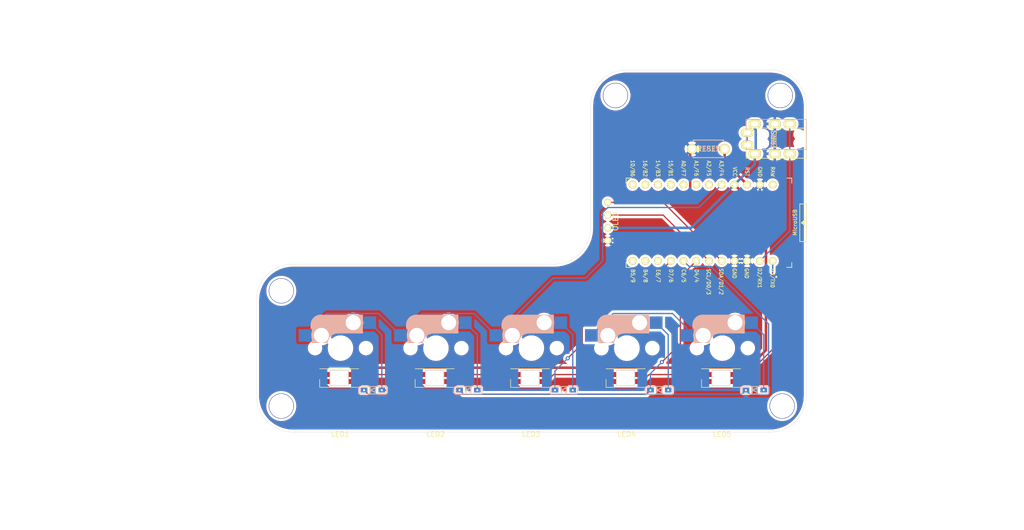
<source format=kicad_pcb>
(kicad_pcb (version 20171130) (host pcbnew 5.1.10)
  (layers (0 F.Cu signal) (31 B.Cu signal) (34 B.Paste user) (35 F.Paste user) (36 B.SilkS user) (37 F.SilkS user) (38 B.Mask user) (39 F.Mask user) (44 Edge.Cuts user))
  (net 0 "")
  (net 1 "Net-(D1-Pad2)")
  (net 2 row0)
  (net 3 row1)
  (net 4 "Net-(D2-Pad2)")
  (net 5 "Net-(D3-Pad2)")
  (net 6 row2)
  (net 7 "Net-(D4-Pad2)")
  (net 8 "Net-(D5-Pad2)")
  (net 9 VCC)
  (net 10 "Net-(J1-PadA)")
  (net 11 data)
  (net 12 GND)
  (net 13 led)
  (net 14 "Net-(LED1-Pad2)")
  (net 15 "Net-(LED2-Pad2)")
  (net 16 "Net-(LED3-Pad2)")
  (net 17 "Net-(LED4-Pad2)")
  (net 18 col0)
  (net 19 col2)
  (net 20 reset)
  (net 21 scl)
  (net 22 sda)
  (module kbd:HOLE (layer F.Cu) (at 107.95 125.73)
    (fp_text reference Ref**)
    (fp_text value Val**)
    (pad "" np_thru_hole circle (at 0 0) (size 5 5) (drill 4.8) (layers *.Cu *.Mask))
  )
  (module kbd:HOLE (layer F.Cu) (at 107.95 102.743)
    (fp_text reference Ref**)
    (fp_text value Val**)
    (pad "" np_thru_hole circle (at 0 0) (size 5 5) (drill 4.8) (layers *.Cu *.Mask))
  )
  (module kbd:HOLE (layer F.Cu) (at 207.899 125.73)
    (fp_text reference Ref**)
    (fp_text value Val**)
    (pad "" np_thru_hole circle (at 0 0) (size 5 5) (drill 4.8) (layers *.Cu *.Mask))
  )
  (module kbd:HOLE (layer F.Cu) (at 174.625 63.754)
    (fp_text reference Ref**)
    (fp_text value Val**)
    (pad "" np_thru_hole circle (at 0 0) (size 5 5) (drill 4.8) (layers *.Cu *.Mask))
  )
  (module kbd:HOLE (layer F.Cu) (at 207.518 63.754)
    (fp_text reference Ref**)
    (fp_text value Val**)
    (pad "" np_thru_hole circle (at 0 0) (size 5 5) (drill 4.8) (layers *.Cu *.Mask))
  )
  (module kbd:CherryMX_Hotswap (layer F.Cu) (at 119.761 114.173)
    (fp_text reference SW1 hide)
    (fp_text value SW_PUSH hide)
    (pad "" np_thru_hole circle (at 2.54 -5.08) (size 3 3) (drill 3) (layers *.Cu *.Mask))
    (pad "" np_thru_hole circle (at -3.81 -2.54) (size 3 3) (drill 3) (layers *.Cu *.Mask))
    (pad 2 smd rect (at 5.842 -5.08 180) (size 2.55 2.5) (layers B.Cu B.Paste B.Mask) (net 1 "Net-(D1-Pad2)"))
    (pad "" np_thru_hole circle (at -5.08 0) (size 1.9 1.9) (drill 1.9) (layers *.Cu *.Mask))
    (pad "" np_thru_hole circle (at 5.08 0) (size 1.9 1.9) (drill 1.9) (layers *.Cu *.Mask))
    (pad "" np_thru_hole circle (at 0 0 90) (size 4.1 4.1) (drill 4.1) (layers *.Cu *.Mask))
    (pad 1 smd rect (at -7.085 -2.54 180) (size 2.55 2.5) (layers B.Cu B.Paste B.Mask) (net 18 col0))
  )
  (module kbd:ResetSW (layer F.Cu) (at 193.167 74.422)
    (fp_text reference SW6 hide)
    (fp_text value SW_PUSH)
    (fp_text user RESET (at 0 0) (layer F.SilkS))
    (fp_text user RESET (at 0.127 0) (layer B.SilkS) (effects (justify mirror)))
    (pad 2 thru_hole circle (at -3.25 0) (size 2 2) (drill 1.3) (layers *.Cu *.Mask F.SilkS) (net 12 GND))
    (pad 1 thru_hole circle (at 3.25 0) (size 2 2) (drill 1.3) (layers *.Cu *.Mask F.SilkS) (net 20 reset))
  )
  (module kbd:OLED_v2 (layer F.Cu) (at 173.101 88.9 270)
    (fp_text reference OL1)
    (fp_text value OLED hide)
    (fp_text user OLED (at 0 -1.55 90) (layer F.SilkS))
    (pad 4 thru_hole circle (at 3.81 0 270) (size 1.397 1.397) (drill 0.8128) (layers *.Cu F.SilkS B.Mask) (net 12 GND))
    (pad 3 thru_hole circle (at 1.27 0 270) (size 1.397 1.397) (drill 0.8128) (layers *.Cu F.SilkS B.Mask) (net 9 VCC))
    (pad 2 thru_hole circle (at -1.27 0 270) (size 1.397 1.397) (drill 0.8128) (layers *.Cu F.SilkS B.Mask) (net 21 scl))
    (pad 1 thru_hole circle (at -3.81 0 270) (size 1.397 1.397) (drill 0.8128) (layers *.Cu F.SilkS B.Mask) (net 22 sda))
  )
  (module kbd:D3_SMD (layer F.Cu) (at 126.238 122.555)
    (fp_text reference D1 hide)
    (fp_text value D hide)
    (pad 2 smd rect (at 1.775 0) (size 1.3 0.95) (layers F.Cu F.Paste F.Mask) (net 1 "Net-(D1-Pad2)"))
    (pad 1 smd rect (at -1.775 0) (size 1.3 0.95) (layers B.Cu B.Paste B.Mask) (net 2 row0))
    (pad 2 smd rect (at 1.775 0) (size 1.3 0.95) (layers B.Cu B.Paste B.Mask) (net 1 "Net-(D1-Pad2)"))
    (pad 1 smd rect (at -1.775 0) (size 1.3 0.95) (layers F.Cu F.Paste F.Mask) (net 2 row0))
  )
  (module kbd:D3_SMD (layer F.Cu) (at 145.288 122.555)
    (fp_text reference D2 hide)
    (fp_text value D hide)
    (pad 1 smd rect (at -1.775 0) (size 1.3 0.95) (layers F.Cu F.Paste F.Mask) (net 3 row1))
    (pad 2 smd rect (at 1.775 0) (size 1.3 0.95) (layers B.Cu B.Paste B.Mask) (net 4 "Net-(D2-Pad2)"))
    (pad 1 smd rect (at -1.775 0) (size 1.3 0.95) (layers B.Cu B.Paste B.Mask) (net 3 row1))
    (pad 2 smd rect (at 1.775 0) (size 1.3 0.95) (layers F.Cu F.Paste F.Mask) (net 4 "Net-(D2-Pad2)"))
  )
  (module kbd:D3_SMD (layer F.Cu) (at 164.338 122.555)
    (fp_text reference D3 hide)
    (fp_text value D hide)
    (pad 2 smd rect (at 1.775 0) (size 1.3 0.95) (layers F.Cu F.Paste F.Mask) (net 5 "Net-(D3-Pad2)"))
    (pad 1 smd rect (at -1.775 0) (size 1.3 0.95) (layers B.Cu B.Paste B.Mask) (net 6 row2))
    (pad 2 smd rect (at 1.775 0) (size 1.3 0.95) (layers B.Cu B.Paste B.Mask) (net 5 "Net-(D3-Pad2)"))
    (pad 1 smd rect (at -1.775 0) (size 1.3 0.95) (layers F.Cu F.Paste F.Mask) (net 6 row2))
  )
  (module kbd:D3_SMD (layer F.Cu) (at 183.388 122.555)
    (fp_text reference D4 hide)
    (fp_text value D hide)
    (pad 1 smd rect (at -1.775 0) (size 1.3 0.95) (layers F.Cu F.Paste F.Mask) (net 2 row0))
    (pad 2 smd rect (at 1.775 0) (size 1.3 0.95) (layers B.Cu B.Paste B.Mask) (net 7 "Net-(D4-Pad2)"))
    (pad 1 smd rect (at -1.775 0) (size 1.3 0.95) (layers B.Cu B.Paste B.Mask) (net 2 row0))
    (pad 2 smd rect (at 1.775 0) (size 1.3 0.95) (layers F.Cu F.Paste F.Mask) (net 7 "Net-(D4-Pad2)"))
  )
  (module kbd:D3_SMD (layer F.Cu) (at 202.438 122.555)
    (fp_text reference D5 hide)
    (fp_text value D hide)
    (pad 1 smd rect (at -1.775 0) (size 1.3 0.95) (layers F.Cu F.Paste F.Mask) (net 3 row1))
    (pad 2 smd rect (at 1.775 0) (size 1.3 0.95) (layers B.Cu B.Paste B.Mask) (net 8 "Net-(D5-Pad2)"))
    (pad 1 smd rect (at -1.775 0) (size 1.3 0.95) (layers B.Cu B.Paste B.Mask) (net 3 row1))
    (pad 2 smd rect (at 1.775 0) (size 1.3 0.95) (layers F.Cu F.Paste F.Mask) (net 8 "Net-(D5-Pad2)"))
  )
  (module kbd:MJ-4PP-9 (layer F.Cu) (at 212.725 73.279 270)
    (fp_text reference J1)
    (fp_text value MJ-4PP-9 hide)
    (fp_text user TRRS (at -0.8255 6.4135 90) (layer B.SilkS) (effects (justify mirror)))
    (fp_text user TRRS (at -0.75 6.45 90) (layer F.SilkS))
    (pad "" np_thru_hole circle (at -1.75 8.5 270) (size 1.2 1.2) (drill 1.2) (layers *.Cu *.Mask F.SilkS))
    (pad "" np_thru_hole circle (at -1.75 1.5 270) (size 1.2 1.2) (drill 1.2) (layers *.Cu *.Mask F.SilkS))
    (pad D thru_hole oval (at -3.85 10.3 270) (size 1.7 2.5) (drill oval 1 1.5) (layers *.Cu *.Mask F.SilkS) (net 9 VCC) (clearance 0.15))
    (pad A thru_hole oval (at 0.35 11.8 270) (size 1.7 2.5) (drill oval 1 1.5) (layers *.Cu *.Mask F.SilkS) (net 10 "Net-(J1-PadA)") (clearance 0.15))
    (pad B thru_hole oval (at -3.85 3.3 270) (size 1.7 2.5) (drill oval 1 1.5) (layers *.Cu *.Mask F.SilkS) (net 11 data))
    (pad C thru_hole oval (at -3.85 6.3 270) (size 1.7 2.5) (drill oval 1 1.5) (layers *.Cu *.Mask F.SilkS) (net 12 GND))
    (pad "" np_thru_hole circle (at 0 1.5 270) (size 1.2 1.2) (drill 1.2) (layers *.Cu *.Mask F.SilkS))
    (pad "" np_thru_hole circle (at 0 8.5 270) (size 1.2 1.2) (drill 1.2) (layers *.Cu *.Mask F.SilkS))
    (pad B thru_hole oval (at 2.1 3.3 270) (size 1.7 2.5) (drill oval 1 1.5) (layers *.Cu *.Mask F.SilkS) (net 11 data))
    (pad C thru_hole oval (at 2.1 6.3 270) (size 1.7 2.5) (drill oval 1 1.5) (layers *.Cu *.Mask F.SilkS) (net 12 GND))
    (pad D thru_hole oval (at 2.1 10.3 270) (size 1.7 2.5) (drill oval 1 1.5) (layers *.Cu *.Mask F.SilkS) (net 9 VCC) (clearance 0.15))
    (pad A thru_hole oval (at -2.1 11.8 270) (size 1.7 2.5) (drill oval 1 1.5) (layers *.Cu *.Mask F.SilkS) (net 10 "Net-(J1-PadA)") (clearance 0.15))
  )
  (module kbd:YS-SK6812MINI-E (layer F.Cu) (at 119.507 120.142)
    (fp_text reference LED1 (at 0.2 11.2) (layer F.SilkS))
    (fp_text value YS-SK6812MINI-E)
    (fp_line (start 1.8 -1.55) (end -1.8 -1.55) (layer Edge.Cuts) (width 0.12))
    (fp_line (start 1.8 1.55) (end 1.8 -1.55) (layer Edge.Cuts) (width 0.12))
    (fp_line (start -1.8 1.55) (end 1.8 1.55) (layer Edge.Cuts) (width 0.12))
    (fp_line (start -1.8 -1.55) (end -1.8 1.55) (layer Edge.Cuts) (width 0.12))
    (pad 4 smd rect (at -2.75 -0.7) (size 1.7 1) (layers F.Cu F.Paste F.Mask))
    (pad 3 smd rect (at -2.75 0.7) (size 1.7 1) (layers F.Cu F.Paste F.Mask) (net 12 GND))
    (pad 1 smd rect (at 2.75 -0.7) (size 1.7 1) (layers F.Cu F.Paste F.Mask) (net 9 VCC))
    (pad 2 smd rect (at 2.75 0.7) (size 1.7 1) (layers F.Cu F.Paste F.Mask) (net 14 "Net-(LED1-Pad2)"))
  )
  (module kbd:YS-SK6812MINI-E (layer F.Cu) (at 138.557 120.142)
    (fp_text reference LED2 (at 0.2 11.2) (layer F.SilkS))
    (fp_text value YS-SK6812MINI-E)
    (fp_line (start -1.8 -1.55) (end -1.8 1.55) (layer Edge.Cuts) (width 0.12))
    (fp_line (start -1.8 1.55) (end 1.8 1.55) (layer Edge.Cuts) (width 0.12))
    (fp_line (start 1.8 1.55) (end 1.8 -1.55) (layer Edge.Cuts) (width 0.12))
    (fp_line (start 1.8 -1.55) (end -1.8 -1.55) (layer Edge.Cuts) (width 0.12))
    (pad 2 smd rect (at 2.75 0.7) (size 1.7 1) (layers F.Cu F.Paste F.Mask) (net 15 "Net-(LED2-Pad2)"))
    (pad 1 smd rect (at 2.75 -0.7) (size 1.7 1) (layers F.Cu F.Paste F.Mask) (net 9 VCC))
    (pad 3 smd rect (at -2.75 0.7) (size 1.7 1) (layers F.Cu F.Paste F.Mask) (net 12 GND))
    (pad 4 smd rect (at -2.75 -0.7) (size 1.7 1) (layers F.Cu F.Paste F.Mask) (net 14 "Net-(LED1-Pad2)"))
  )
  (module kbd:YS-SK6812MINI-E (layer F.Cu) (at 157.607 120.142)
    (fp_text reference LED3 (at 0.2 11.2) (layer F.SilkS))
    (fp_text value YS-SK6812MINI-E)
    (fp_line (start 1.8 -1.55) (end -1.8 -1.55) (layer Edge.Cuts) (width 0.12))
    (fp_line (start 1.8 1.55) (end 1.8 -1.55) (layer Edge.Cuts) (width 0.12))
    (fp_line (start -1.8 1.55) (end 1.8 1.55) (layer Edge.Cuts) (width 0.12))
    (fp_line (start -1.8 -1.55) (end -1.8 1.55) (layer Edge.Cuts) (width 0.12))
    (pad 4 smd rect (at -2.75 -0.7) (size 1.7 1) (layers F.Cu F.Paste F.Mask) (net 15 "Net-(LED2-Pad2)"))
    (pad 3 smd rect (at -2.75 0.7) (size 1.7 1) (layers F.Cu F.Paste F.Mask) (net 12 GND))
    (pad 1 smd rect (at 2.75 -0.7) (size 1.7 1) (layers F.Cu F.Paste F.Mask) (net 9 VCC))
    (pad 2 smd rect (at 2.75 0.7) (size 1.7 1) (layers F.Cu F.Paste F.Mask) (net 16 "Net-(LED3-Pad2)"))
  )
  (module kbd:YS-SK6812MINI-E (layer F.Cu) (at 176.657 120.142)
    (fp_text reference LED4 (at 0.2 11.2) (layer F.SilkS))
    (fp_text value YS-SK6812MINI-E)
    (fp_line (start -1.8 -1.55) (end -1.8 1.55) (layer Edge.Cuts) (width 0.12))
    (fp_line (start -1.8 1.55) (end 1.8 1.55) (layer Edge.Cuts) (width 0.12))
    (fp_line (start 1.8 1.55) (end 1.8 -1.55) (layer Edge.Cuts) (width 0.12))
    (fp_line (start 1.8 -1.55) (end -1.8 -1.55) (layer Edge.Cuts) (width 0.12))
    (pad 2 smd rect (at 2.75 0.7) (size 1.7 1) (layers F.Cu F.Paste F.Mask) (net 17 "Net-(LED4-Pad2)"))
    (pad 1 smd rect (at 2.75 -0.7) (size 1.7 1) (layers F.Cu F.Paste F.Mask) (net 9 VCC))
    (pad 3 smd rect (at -2.75 0.7) (size 1.7 1) (layers F.Cu F.Paste F.Mask) (net 12 GND))
    (pad 4 smd rect (at -2.75 -0.7) (size 1.7 1) (layers F.Cu F.Paste F.Mask) (net 16 "Net-(LED3-Pad2)"))
  )
  (module kbd:YS-SK6812MINI-E (layer F.Cu) (at 195.707 120.142)
    (fp_text reference LED5 (at 0.2 11.2) (layer F.SilkS))
    (fp_text value YS-SK6812MINI-E)
    (fp_line (start 1.8 -1.55) (end -1.8 -1.55) (layer Edge.Cuts) (width 0.12))
    (fp_line (start 1.8 1.55) (end 1.8 -1.55) (layer Edge.Cuts) (width 0.12))
    (fp_line (start -1.8 1.55) (end 1.8 1.55) (layer Edge.Cuts) (width 0.12))
    (fp_line (start -1.8 -1.55) (end -1.8 1.55) (layer Edge.Cuts) (width 0.12))
    (pad 4 smd rect (at -2.75 -0.7) (size 1.7 1) (layers F.Cu F.Paste F.Mask) (net 17 "Net-(LED4-Pad2)"))
    (pad 3 smd rect (at -2.75 0.7) (size 1.7 1) (layers F.Cu F.Paste F.Mask) (net 12 GND))
    (pad 1 smd rect (at 2.75 -0.7) (size 1.7 1) (layers F.Cu F.Paste F.Mask) (net 9 VCC))
    (pad 2 smd rect (at 2.75 0.7) (size 1.7 1) (layers F.Cu F.Paste F.Mask) (net 13 led))
  )
  (module kbd:CherryMX_Hotswap (layer F.Cu) (at 138.811 114.173)
    (fp_text reference SW2 hide)
    (fp_text value SW_PUSH hide)
    (pad 1 smd rect (at -7.085 -2.54 180) (size 2.55 2.5) (layers B.Cu B.Paste B.Mask) (net 18 col0))
    (pad "" np_thru_hole circle (at 0 0 90) (size 4.1 4.1) (drill 4.1) (layers *.Cu *.Mask))
    (pad "" np_thru_hole circle (at 5.08 0) (size 1.9 1.9) (drill 1.9) (layers *.Cu *.Mask))
    (pad "" np_thru_hole circle (at -5.08 0) (size 1.9 1.9) (drill 1.9) (layers *.Cu *.Mask))
    (pad 2 smd rect (at 5.842 -5.08 180) (size 2.55 2.5) (layers B.Cu B.Paste B.Mask) (net 4 "Net-(D2-Pad2)"))
    (pad "" np_thru_hole circle (at -3.81 -2.54) (size 3 3) (drill 3) (layers *.Cu *.Mask))
    (pad "" np_thru_hole circle (at 2.54 -5.08) (size 3 3) (drill 3) (layers *.Cu *.Mask))
  )
  (module kbd:CherryMX_Hotswap (layer F.Cu) (at 157.861 114.173)
    (fp_text reference SW3 hide)
    (fp_text value SW_PUSH hide)
    (pad "" np_thru_hole circle (at 2.54 -5.08) (size 3 3) (drill 3) (layers *.Cu *.Mask))
    (pad "" np_thru_hole circle (at -3.81 -2.54) (size 3 3) (drill 3) (layers *.Cu *.Mask))
    (pad 2 smd rect (at 5.842 -5.08 180) (size 2.55 2.5) (layers B.Cu B.Paste B.Mask) (net 5 "Net-(D3-Pad2)"))
    (pad "" np_thru_hole circle (at -5.08 0) (size 1.9 1.9) (drill 1.9) (layers *.Cu *.Mask))
    (pad "" np_thru_hole circle (at 5.08 0) (size 1.9 1.9) (drill 1.9) (layers *.Cu *.Mask))
    (pad "" np_thru_hole circle (at 0 0 90) (size 4.1 4.1) (drill 4.1) (layers *.Cu *.Mask))
    (pad 1 smd rect (at -7.085 -2.54 180) (size 2.55 2.5) (layers B.Cu B.Paste B.Mask) (net 18 col0))
  )
  (module kbd:CherryMX_Hotswap (layer F.Cu) (at 176.911 114.173)
    (fp_text reference SW4 hide)
    (fp_text value SW_PUSH hide)
    (pad "" np_thru_hole circle (at 2.54 -5.08) (size 3 3) (drill 3) (layers *.Cu *.Mask))
    (pad "" np_thru_hole circle (at -3.81 -2.54) (size 3 3) (drill 3) (layers *.Cu *.Mask))
    (pad 2 smd rect (at 5.842 -5.08 180) (size 2.55 2.5) (layers B.Cu B.Paste B.Mask) (net 7 "Net-(D4-Pad2)"))
    (pad "" np_thru_hole circle (at -5.08 0) (size 1.9 1.9) (drill 1.9) (layers *.Cu *.Mask))
    (pad "" np_thru_hole circle (at 5.08 0) (size 1.9 1.9) (drill 1.9) (layers *.Cu *.Mask))
    (pad "" np_thru_hole circle (at 0 0 90) (size 4.1 4.1) (drill 4.1) (layers *.Cu *.Mask))
    (pad 1 smd rect (at -7.085 -2.54 180) (size 2.55 2.5) (layers B.Cu B.Paste B.Mask) (net 19 col2))
  )
  (module kbd:CherryMX_Hotswap (layer F.Cu) (at 195.961 114.173)
    (fp_text reference SW5 hide)
    (fp_text value SW_PUSH hide)
    (pad 1 smd rect (at -7.085 -2.54 180) (size 2.55 2.5) (layers B.Cu B.Paste B.Mask) (net 19 col2))
    (pad "" np_thru_hole circle (at 0 0 90) (size 4.1 4.1) (drill 4.1) (layers *.Cu *.Mask))
    (pad "" np_thru_hole circle (at 5.08 0) (size 1.9 1.9) (drill 1.9) (layers *.Cu *.Mask))
    (pad "" np_thru_hole circle (at -5.08 0) (size 1.9 1.9) (drill 1.9) (layers *.Cu *.Mask))
    (pad 2 smd rect (at 5.842 -5.08 180) (size 2.55 2.5) (layers B.Cu B.Paste B.Mask) (net 8 "Net-(D5-Pad2)"))
    (pad "" np_thru_hole circle (at -3.81 -2.54) (size 3 3) (drill 3) (layers *.Cu *.Mask))
    (pad "" np_thru_hole circle (at 2.54 -5.08) (size 3 3) (drill 3) (layers *.Cu *.Mask))
  )
  (module kbd:ProMicro_v3.5 (layer F.Cu) (at 191.516 89.154 270)
    (fp_text reference U1 hide)
    (fp_text value ProMicro hide)
    (fp_text user "" (at -1.2515 -16.256 90) (layer B.SilkS) (effects (justify mirror)))
    (fp_text user "" (at -0.545 -17.4 90) (layer F.SilkS))
    (fp_text user RAW (at -10.195 -14.5 270 unlocked) (layer F.SilkS) (effects (font (size 0.75 0.67) (thickness 0.125))))
    (fp_text user GND (at -10.195 -11.95 270 unlocked) (layer F.SilkS) (effects (font (size 0.75 0.67) (thickness 0.125))))
    (fp_text user RST (at -10.195 -9.4 270 unlocked) (layer F.SilkS) (effects (font (size 0.75 0.67) (thickness 0.125))))
    (fp_text user VCC (at -10.195 -6.95 270 unlocked) (layer F.SilkS) (effects (font (size 0.75 0.67) (thickness 0.125))))
    (fp_text user A3/F4 (at -10.845 -4.25 270 unlocked) (layer F.SilkS) (effects (font (size 0.75 0.67) (thickness 0.125))))
    (fp_text user A2/F5 (at -10.845 -1.75 270 unlocked) (layer F.SilkS) (effects (font (size 0.75 0.67) (thickness 0.125))))
    (fp_text user A1/F6 (at -10.845 0.75 270 unlocked) (layer F.SilkS) (effects (font (size 0.75 0.67) (thickness 0.125))))
    (fp_text user A0/F7 (at -10.845 3.3 270 unlocked) (layer F.SilkS) (effects (font (size 0.75 0.67) (thickness 0.125))))
    (fp_text user 15/B1 (at -10.845 5.85 270 unlocked) (layer F.SilkS) (effects (font (size 0.75 0.67) (thickness 0.125))))
    (fp_text user 14/B3 (at -10.845 8.4 270 unlocked) (layer F.SilkS) (effects (font (size 0.75 0.67) (thickness 0.125))))
    (fp_text user 10/B6 (at -10.845 13.45 270 unlocked) (layer F.SilkS) (effects (font (size 0.75 0.67) (thickness 0.125))))
    (fp_text user 16/B2 (at -10.845 10.95 270 unlocked) (layer F.SilkS) (effects (font (size 0.75 0.67) (thickness 0.125))))
    (fp_text user E6/7 (at 10.605 8.35 270 unlocked) (layer F.SilkS) (effects (font (size 0.75 0.67) (thickness 0.125))))
    (fp_text user D7/6 (at 10.605 5.8 270 unlocked) (layer F.SilkS) (effects (font (size 0.75 0.67) (thickness 0.125))))
    (fp_text user GND (at 10.105 -9.3 270 unlocked) (layer F.SilkS) (effects (font (size 0.75 0.67) (thickness 0.125))))
    (fp_text user GND (at 10.105 -6.85 270 unlocked) (layer F.SilkS) (effects (font (size 0.75 0.67) (thickness 0.125))))
    (fp_text user D3/TX0 (at 11.055 -14.45 270 unlocked) (layer F.SilkS) (effects (font (size 0.75 0.67) (thickness 0.125))))
    (fp_text user D4/4 (at 10.605 0.7 270 unlocked) (layer F.SilkS) (effects (font (size 0.75 0.67) (thickness 0.125))))
    (fp_text user SDA/D1/2 (at 11.755 -4.2 270 unlocked) (layer F.SilkS) (effects (font (size 0.75 0.67) (thickness 0.125))))
    (fp_text user SCL/D0/3 (at 11.755 -1.7 270 unlocked) (layer F.SilkS) (effects (font (size 0.75 0.67) (thickness 0.125))))
    (fp_text user C6/5 (at 10.605 3.25 270 unlocked) (layer F.SilkS) (effects (font (size 0.75 0.67) (thickness 0.125))))
    (fp_text user B5/9 (at 10.605 13.4 270 unlocked) (layer F.SilkS) (effects (font (size 0.75 0.67) (thickness 0.125))))
    (fp_text user D2/RX1 (at 11.055 -11.9 270 unlocked) (layer F.SilkS) (effects (font (size 0.75 0.67) (thickness 0.125))))
    (fp_text user B4/8 (at 10.605 10.9 270 unlocked) (layer F.SilkS) (effects (font (size 0.75 0.67) (thickness 0.125))))
    (fp_text user MicroUSB (at -0.05 -18.95 90) (layer F.SilkS) (effects (font (size 0.75 0.75) (thickness 0.12))))
    (pad 24 thru_hole circle (at -7.6086 -14.478 270) (size 1.524 1.524) (drill 0.8128) (layers *.Cu F.SilkS B.Mask))
    (pad 23 thru_hole circle (at -7.6086 -11.938 270) (size 1.524 1.524) (drill 0.8128) (layers *.Cu F.SilkS B.Mask) (net 12 GND))
    (pad 22 thru_hole circle (at -7.6086 -9.398 270) (size 1.524 1.524) (drill 0.8128) (layers *.Cu F.SilkS B.Mask) (net 20 reset))
    (pad 21 thru_hole circle (at -7.6086 -6.858 270) (size 1.524 1.524) (drill 0.8128) (layers *.Cu F.SilkS B.Mask) (net 9 VCC))
    (pad 20 thru_hole circle (at -7.6086 -4.318 270) (size 1.524 1.524) (drill 0.8128) (layers *.Cu F.SilkS B.Mask) (net 18 col0))
    (pad 19 thru_hole circle (at -7.6086 -1.778 270) (size 1.524 1.524) (drill 0.8128) (layers *.Cu F.SilkS B.Mask))
    (pad 18 thru_hole circle (at -7.6086 0.762 270) (size 1.524 1.524) (drill 0.8128) (layers *.Cu F.SilkS B.Mask))
    (pad 17 thru_hole circle (at -7.6086 3.302 270) (size 1.524 1.524) (drill 0.8128) (layers *.Cu F.SilkS B.Mask))
    (pad 16 thru_hole circle (at -7.6086 5.842 270) (size 1.524 1.524) (drill 0.8128) (layers *.Cu F.SilkS B.Mask))
    (pad 15 thru_hole circle (at -7.6086 8.382 270) (size 1.524 1.524) (drill 0.8128) (layers *.Cu F.SilkS B.Mask))
    (pad 14 thru_hole circle (at -7.6086 10.922 270) (size 1.524 1.524) (drill 0.8128) (layers *.Cu F.SilkS B.Mask))
    (pad 13 thru_hole circle (at -7.6086 13.462 270) (size 1.524 1.524) (drill 0.8128) (layers *.Cu F.SilkS B.Mask))
    (pad 12 thru_hole circle (at 7.6114 13.462 270) (size 1.524 1.524) (drill 0.8128) (layers *.Cu F.SilkS B.Mask))
    (pad 11 thru_hole circle (at 7.6114 10.922 270) (size 1.524 1.524) (drill 0.8128) (layers *.Cu F.SilkS B.Mask))
    (pad 10 thru_hole circle (at 7.6114 8.382 270) (size 1.524 1.524) (drill 0.8128) (layers *.Cu F.SilkS B.Mask))
    (pad 9 thru_hole circle (at 7.6114 5.842 270) (size 1.524 1.524) (drill 0.8128) (layers *.Cu F.SilkS B.Mask) (net 6 row2))
    (pad 8 thru_hole circle (at 7.6114 3.302 270) (size 1.524 1.524) (drill 0.8128) (layers *.Cu F.SilkS B.Mask) (net 3 row1))
    (pad 7 thru_hole circle (at 7.6114 0.762 270) (size 1.524 1.524) (drill 0.8128) (layers *.Cu F.SilkS B.Mask) (net 2 row0))
    (pad 6 thru_hole circle (at 7.6114 -1.778 270) (size 1.524 1.524) (drill 0.8128) (layers *.Cu F.SilkS B.Mask) (net 21 scl))
    (pad 5 thru_hole circle (at 7.6114 -4.318 270) (size 1.524 1.524) (drill 0.8128) (layers *.Cu F.SilkS B.Mask) (net 22 sda))
    (pad 4 thru_hole circle (at 7.6114 -6.858 270) (size 1.524 1.524) (drill 0.8128) (layers *.Cu F.SilkS B.Mask) (net 12 GND))
    (pad 3 thru_hole circle (at 7.6114 -9.398 270) (size 1.524 1.524) (drill 0.8128) (layers *.Cu F.SilkS B.Mask) (net 12 GND))
    (pad 2 thru_hole circle (at 7.6114 -11.938 270) (size 1.524 1.524) (drill 0.8128) (layers *.Cu F.SilkS B.Mask) (net 11 data))
    (pad 1 thru_hole circle (at 7.6114 -14.478 270) (size 1.524 1.524) (drill 0.8128) (layers *.Cu F.SilkS B.Mask) (net 13 led))
  )
  (gr_line (start 169.672 90.17) (end 169.672 65.786) (layer Edge.Cuts) (width 0.05))
  (gr_line (start 110.236 97.409) (end 162.433 97.409) (layer Edge.Cuts) (width 0.05))
  (gr_line (start 102.997 104.648) (end 102.997 123.698) (layer Edge.Cuts) (width 0.05))
  (gr_arc (start 162.433 90.17) (end 162.433 97.409) (angle -90) (layer Edge.Cuts) (width 0.05))
  (gr_line (start 205.613 58.674) (end 176.784 58.674) (layer Edge.Cuts) (width 0.05))
  (gr_arc (start 176.784 65.786) (end 176.784 58.674) (angle -90) (layer Edge.Cuts) (width 0.05))
  (gr_line (start 212.725 65.786) (end 212.725 123.698) (layer Edge.Cuts) (width 0.05))
  (gr_arc (start 205.613 65.786) (end 212.725 65.786) (angle -90) (layer Edge.Cuts) (width 0.05))
  (gr_arc (start 110.236 104.648) (end 110.236 97.409) (angle -90) (layer Edge.Cuts) (width 0.05))
  (gr_arc (start 205.486 123.698) (end 205.486 130.937) (angle -90) (layer Edge.Cuts) (width 0.05))
  (gr_arc (start 110.236 123.698) (end 102.997 123.698) (angle -90) (layer Edge.Cuts) (width 0.05))
  (gr_line (start 110.236 130.937) (end 205.486 130.937) (layer Edge.Cuts) (width 0.05))
  (segment (start 125.603 109.093) (end 128.013 111.503) (width 0.25) (layer B.Cu) (net 1))
  (segment (start 128.013 122.555) (end 128.016 122.555) (width 0.25) (layer F.Cu) (net 1))
  (segment (start 128.013 111.503) (end 128.013 122.555) (width 0.25) (layer B.Cu) (net 1))
  (segment (start 128.016 122.555) (end 128.913 122.555) (width 0.25) (layer F.Cu) (net 1))
  (via (at 128.016 122.555) (size 0.8) (drill 0.4) (layers F.Cu B.Cu) (net 1))
  (segment (start 180.812999 123.355001) (end 125.263001 123.355001) (width 0.25) (layer F.Cu) (net 2))
  (segment (start 181.613 122.555) (end 181.6115 122.5565) (width 0.25) (layer F.Cu) (net 2))
  (via (at 183.896 116.967) (size 0.8) (drill 0.4) (layers F.Cu B.Cu) (net 2))
  (segment (start 181.613 119.25) (end 183.896 116.967) (width 0.25) (layer B.Cu) (net 2))
  (segment (start 181.613 122.555) (end 181.613 119.25) (width 0.25) (layer B.Cu) (net 2))
  (segment (start 183.896 116.967) (end 187.579 113.284) (width 0.25) (layer F.Cu) (net 2))
  (segment (start 187.579 99.9404) (end 190.754 96.7654) (width 0.25) (layer F.Cu) (net 2))
  (segment (start 187.579 113.284) (end 187.579 99.9404) (width 0.25) (layer F.Cu) (net 2))
  (segment (start 125.263001 123.355001) (end 124.463 122.555) (width 0.25) (layer F.Cu) (net 2))
  (segment (start 124.463 122.555) (end 124.463 122.555) (width 0.25) (layer F.Cu) (net 2))
  (via (at 124.463 122.555) (size 0.8) (drill 0.4) (layers F.Cu B.Cu) (net 2))
  (segment (start 181.6115 122.5565) (end 180.812999 123.355001) (width 0.25) (layer F.Cu) (net 2))
  (via (at 181.6115 122.5565) (size 0.8) (drill 0.4) (layers F.Cu B.Cu) (net 2))
  (segment (start 189.301001 97.852401) (end 188.214 96.7654) (width 0.25) (layer B.Cu) (net 3))
  (segment (start 205.188001 109.367999) (end 193.672403 97.852401) (width 0.25) (layer B.Cu) (net 3))
  (segment (start 205.188001 123.290001) (end 205.188001 109.367999) (width 0.25) (layer B.Cu) (net 3))
  (segment (start 193.672403 97.852401) (end 189.301001 97.852401) (width 0.25) (layer B.Cu) (net 3))
  (segment (start 205.123001 123.355001) (end 205.188001 123.290001) (width 0.25) (layer B.Cu) (net 3))
  (segment (start 201.463001 123.355001) (end 205.123001 123.355001) (width 0.25) (layer B.Cu) (net 3))
  (segment (start 200.663 122.555) (end 201.463001 123.355001) (width 0.25) (layer B.Cu) (net 3))
  (segment (start 144.313001 123.355001) (end 143.513 122.555) (width 0.25) (layer B.Cu) (net 3))
  (segment (start 199.862999 123.355001) (end 144.313001 123.355001) (width 0.25) (layer B.Cu) (net 3))
  (segment (start 200.663 122.555) (end 200.6615 122.5565) (width 0.25) (layer B.Cu) (net 3))
  (segment (start 143.513 122.555) (end 143.513 122.555) (width 0.25) (layer B.Cu) (net 3))
  (via (at 143.513 122.555) (size 0.8) (drill 0.4) (layers F.Cu B.Cu) (net 3))
  (segment (start 200.6615 122.5565) (end 199.862999 123.355001) (width 0.25) (layer B.Cu) (net 3))
  (via (at 200.6615 122.5565) (size 0.8) (drill 0.4) (layers F.Cu B.Cu) (net 3))
  (segment (start 147.063 111.503) (end 147.063 122.555) (width 0.25) (layer B.Cu) (net 4))
  (segment (start 144.653 109.093) (end 147.063 111.503) (width 0.25) (layer B.Cu) (net 4))
  (segment (start 147.063 122.555) (end 147.063 122.555) (width 0.25) (layer B.Cu) (net 4))
  (via (at 147.063 122.555) (size 0.8) (drill 0.4) (layers F.Cu B.Cu) (net 4))
  (segment (start 166.113 111.503) (end 166.113 122.555) (width 0.25) (layer B.Cu) (net 5))
  (segment (start 163.703 109.093) (end 166.113 111.503) (width 0.25) (layer B.Cu) (net 5))
  (segment (start 166.113 122.555) (end 166.113 122.555) (width 0.25) (layer B.Cu) (net 5))
  (via (at 166.113 122.555) (size 0.8) (drill 0.4) (layers F.Cu B.Cu) (net 5))
  (via (at 165.1 116.205) (size 0.8) (drill 0.4) (layers F.Cu B.Cu) (net 6))
  (segment (start 162.563 118.742) (end 165.1 116.205) (width 0.25) (layer B.Cu) (net 6))
  (segment (start 162.563 122.555) (end 162.563 122.555) (width 0.25) (layer B.Cu) (net 6))
  (segment (start 165.1 116.205) (end 168.021 113.284) (width 0.25) (layer F.Cu) (net 6))
  (segment (start 168.021 113.284) (end 168.021 105.283) (width 0.25) (layer F.Cu) (net 6))
  (segment (start 168.021 105.283) (end 174.879 98.425) (width 0.25) (layer F.Cu) (net 6))
  (segment (start 184.0144 98.425) (end 185.674 96.7654) (width 0.25) (layer F.Cu) (net 6))
  (segment (start 174.879 98.425) (end 184.0144 98.425) (width 0.25) (layer F.Cu) (net 6))
  (segment (start 162.563 122.555) (end 162.563 118.742) (width 0.25) (layer B.Cu) (net 6))
  (via (at 162.563 122.555) (size 0.8) (drill 0.4) (layers F.Cu B.Cu) (net 6))
  (segment (start 185.163 111.503) (end 185.163 122.555) (width 0.25) (layer B.Cu) (net 7))
  (segment (start 182.753 109.093) (end 185.163 111.503) (width 0.25) (layer B.Cu) (net 7))
  (segment (start 185.163 122.555) (end 185.163 122.555) (width 0.25) (layer B.Cu) (net 7))
  (via (at 185.163 122.555) (size 0.8) (drill 0.4) (layers F.Cu B.Cu) (net 7))
  (segment (start 204.213 111.503) (end 204.213 122.555) (width 0.25) (layer B.Cu) (net 8))
  (segment (start 201.803 109.093) (end 204.213 111.503) (width 0.25) (layer B.Cu) (net 8))
  (segment (start 204.213 122.555) (end 204.213 122.555) (width 0.25) (layer B.Cu) (net 8))
  (via (at 204.213 122.555) (size 0.8) (drill 0.4) (layers F.Cu B.Cu) (net 8))
  (segment (start 189.7494 90.17) (end 198.374 81.5454) (width 0.5) (layer B.Cu) (net 9))
  (segment (start 173.101 90.17) (end 189.7494 90.17) (width 0.5) (layer B.Cu) (net 9))
  (segment (start 204.666001 87.837401) (end 198.374 81.5454) (width 0.5) (layer F.Cu) (net 9))
  (segment (start 204.666001 114.582999) (end 204.666001 87.837401) (width 0.5) (layer F.Cu) (net 9))
  (segment (start 199.807 119.442) (end 204.666001 114.582999) (width 0.5) (layer F.Cu) (net 9))
  (segment (start 198.457 119.442) (end 199.807 119.442) (width 0.5) (layer F.Cu) (net 9))
  (segment (start 180.76701 118.08199) (end 179.407 119.442) (width 0.5) (layer F.Cu) (net 9))
  (segment (start 198.09699 118.08199) (end 180.76701 118.08199) (width 0.5) (layer F.Cu) (net 9))
  (segment (start 198.457 118.442) (end 198.09699 118.08199) (width 0.5) (layer F.Cu) (net 9))
  (segment (start 198.457 119.442) (end 198.457 118.442) (width 0.5) (layer F.Cu) (net 9))
  (segment (start 161.71701 118.08199) (end 160.357 119.442) (width 0.5) (layer F.Cu) (net 9))
  (segment (start 179.04699 118.08199) (end 161.71701 118.08199) (width 0.5) (layer F.Cu) (net 9))
  (segment (start 179.407 118.442) (end 179.04699 118.08199) (width 0.5) (layer F.Cu) (net 9))
  (segment (start 179.407 119.442) (end 179.407 118.442) (width 0.5) (layer F.Cu) (net 9))
  (segment (start 142.66701 118.08199) (end 141.307 119.442) (width 0.5) (layer F.Cu) (net 9))
  (segment (start 159.99699 118.08199) (end 142.66701 118.08199) (width 0.5) (layer F.Cu) (net 9))
  (segment (start 160.357 118.442) (end 159.99699 118.08199) (width 0.5) (layer F.Cu) (net 9))
  (segment (start 160.357 119.442) (end 160.357 118.442) (width 0.5) (layer F.Cu) (net 9))
  (segment (start 123.61701 118.08199) (end 122.257 119.442) (width 0.5) (layer F.Cu) (net 9))
  (segment (start 140.94699 118.08199) (end 123.61701 118.08199) (width 0.5) (layer F.Cu) (net 9))
  (segment (start 141.307 118.442) (end 140.94699 118.08199) (width 0.5) (layer F.Cu) (net 9))
  (segment (start 141.307 119.442) (end 141.307 118.442) (width 0.5) (layer F.Cu) (net 9))
  (segment (start 202.425 77.4944) (end 198.374 81.5454) (width 0.5) (layer B.Cu) (net 9))
  (segment (start 202.425 75.379) (end 202.425 77.4944) (width 0.5) (layer B.Cu) (net 9))
  (segment (start 202.62501 70.640519) (end 202.62501 75.17899) (width 0.5) (layer B.Cu) (net 9))
  (segment (start 202.62501 75.17899) (end 202.425 75.379) (width 0.5) (layer B.Cu) (net 9))
  (segment (start 202.425 70.440509) (end 202.62501 70.640519) (width 0.5) (layer B.Cu) (net 9))
  (segment (start 202.425 69.429) (end 202.425 70.440509) (width 0.5) (layer B.Cu) (net 9))
  (segment (start 200.925 71.179) (end 200.925 73.629) (width 0.25) (layer B.Cu) (net 10))
  (segment (start 209.425 90.7944) (end 203.454 96.7654) (width 0.25) (layer B.Cu) (net 11))
  (segment (start 209.425 75.379) (end 209.425 90.7944) (width 0.25) (layer B.Cu) (net 11))
  (segment (start 209.425 69.429) (end 209.425 75.379) (width 0.25) (layer B.Cu) (net 11))
  (segment (start 206.425 78.5744) (end 203.454 81.5454) (width 0.5) (layer B.Cu) (net 12))
  (segment (start 206.425 75.379) (end 206.425 78.5744) (width 0.5) (layer B.Cu) (net 12))
  (segment (start 194.3186 92.71) (end 198.374 96.7654) (width 0.5) (layer B.Cu) (net 12))
  (segment (start 173.101 92.71) (end 194.3186 92.71) (width 0.5) (layer B.Cu) (net 12))
  (segment (start 173.907 121.842) (end 173.907 120.842) (width 0.5) (layer F.Cu) (net 12))
  (segment (start 174.26701 122.20201) (end 173.907 121.842) (width 0.5) (layer F.Cu) (net 12))
  (segment (start 180.10299 122.20201) (end 174.26701 122.20201) (width 0.5) (layer F.Cu) (net 12))
  (segment (start 181.463 120.842) (end 180.10299 122.20201) (width 0.5) (layer F.Cu) (net 12))
  (segment (start 192.957 120.842) (end 181.463 120.842) (width 0.5) (layer F.Cu) (net 12))
  (segment (start 154.857 121.463263) (end 154.857 120.842) (width 0.5) (layer F.Cu) (net 12))
  (segment (start 155.595747 122.20201) (end 154.857 121.463263) (width 0.5) (layer F.Cu) (net 12))
  (segment (start 161.08499 122.20201) (end 155.595747 122.20201) (width 0.5) (layer F.Cu) (net 12))
  (segment (start 162.445 120.842) (end 161.08499 122.20201) (width 0.5) (layer F.Cu) (net 12))
  (segment (start 173.907 120.842) (end 162.445 120.842) (width 0.5) (layer F.Cu) (net 12))
  (segment (start 135.807 121.463263) (end 135.807 120.842) (width 0.5) (layer F.Cu) (net 12))
  (segment (start 142.00299 122.20201) (end 136.545747 122.20201) (width 0.5) (layer F.Cu) (net 12))
  (segment (start 143.363 120.842) (end 142.00299 122.20201) (width 0.5) (layer F.Cu) (net 12))
  (segment (start 136.545747 122.20201) (end 135.807 121.463263) (width 0.5) (layer F.Cu) (net 12))
  (segment (start 154.857 120.842) (end 143.363 120.842) (width 0.5) (layer F.Cu) (net 12))
  (segment (start 116.757 121.463263) (end 116.757 120.842) (width 0.5) (layer F.Cu) (net 12))
  (segment (start 117.495747 122.20201) (end 116.757 121.463263) (width 0.5) (layer F.Cu) (net 12))
  (segment (start 122.95299 122.20201) (end 117.495747 122.20201) (width 0.5) (layer F.Cu) (net 12))
  (segment (start 124.313 120.842) (end 122.95299 122.20201) (width 0.5) (layer F.Cu) (net 12))
  (segment (start 135.807 120.842) (end 124.313 120.842) (width 0.5) (layer F.Cu) (net 12))
  (segment (start 193.31701 122.20201) (end 199.10799 122.20201) (width 0.5) (layer F.Cu) (net 12))
  (segment (start 192.957 121.842) (end 193.31701 122.20201) (width 0.5) (layer F.Cu) (net 12))
  (segment (start 192.957 120.842) (end 192.957 121.842) (width 0.5) (layer F.Cu) (net 12))
  (segment (start 199.10799 122.20201) (end 206.629 114.681) (width 0.5) (layer F.Cu) (net 12))
  (via (at 206.719 99.949) (size 0.8) (drill 0.4) (layers F.Cu B.Cu) (net 12))
  (segment (start 206.629 100.039) (end 206.719 99.949) (width 0.5) (layer F.Cu) (net 12))
  (segment (start 206.629 114.681) (end 206.629 100.039) (width 0.5) (layer F.Cu) (net 12))
  (segment (start 204.0976 99.949) (end 200.914 96.7654) (width 0.5) (layer B.Cu) (net 12))
  (segment (start 206.719 99.949) (end 204.0976 99.949) (width 0.5) (layer B.Cu) (net 12))
  (segment (start 203.454 91.6854) (end 198.374 96.7654) (width 0.5) (layer B.Cu) (net 12))
  (segment (start 203.454 81.5454) (end 203.454 91.6854) (width 0.5) (layer B.Cu) (net 12))
  (segment (start 189.541999 87.933399) (end 198.374 96.7654) (width 0.5) (layer F.Cu) (net 12))
  (segment (start 189.541999 74.797001) (end 189.541999 87.933399) (width 0.5) (layer F.Cu) (net 12))
  (segment (start 189.917 74.422) (end 189.541999 74.797001) (width 0.5) (layer F.Cu) (net 12))
  (segment (start 206.425 69.429) (end 206.425 75.379) (width 0.5) (layer B.Cu) (net 12))
  (segment (start 200.914 96.7654) (end 198.374 96.7654) (width 0.5) (layer B.Cu) (net 12))
  (segment (start 205.994 96.7654) (end 205.994 98.933) (width 0.25) (layer B.Cu) (net 13))
  (segment (start 205.994 114.405) (end 205.994 96.7654) (width 0.25) (layer F.Cu) (net 13))
  (segment (start 199.557 120.842) (end 205.994 114.405) (width 0.25) (layer F.Cu) (net 13))
  (segment (start 198.457 120.842) (end 199.557 120.842) (width 0.25) (layer F.Cu) (net 13))
  (segment (start 122.792002 120.842) (end 122.257 120.842) (width 0.25) (layer F.Cu) (net 14))
  (segment (start 124.192002 119.442) (end 122.792002 120.842) (width 0.25) (layer F.Cu) (net 14))
  (segment (start 135.807 119.442) (end 124.192002 119.442) (width 0.25) (layer F.Cu) (net 14))
  (segment (start 141.842002 120.842) (end 141.307 120.842) (width 0.25) (layer F.Cu) (net 15))
  (segment (start 143.242002 119.442) (end 141.842002 120.842) (width 0.25) (layer F.Cu) (net 15))
  (segment (start 154.857 119.442) (end 143.242002 119.442) (width 0.25) (layer F.Cu) (net 15))
  (segment (start 160.892002 120.842) (end 160.357 120.842) (width 0.25) (layer F.Cu) (net 16))
  (segment (start 162.292002 119.442) (end 160.892002 120.842) (width 0.25) (layer F.Cu) (net 16))
  (segment (start 173.907 119.442) (end 162.292002 119.442) (width 0.25) (layer F.Cu) (net 16))
  (segment (start 179.942002 120.842) (end 179.407 120.842) (width 0.25) (layer F.Cu) (net 17))
  (segment (start 181.342002 119.442) (end 179.942002 120.842) (width 0.25) (layer F.Cu) (net 17))
  (segment (start 192.957 119.442) (end 181.342002 119.442) (width 0.25) (layer F.Cu) (net 17))
  (segment (start 127.360999 107.267999) (end 131.726 111.633) (width 0.25) (layer B.Cu) (net 18))
  (segment (start 117.041001 107.267999) (end 127.360999 107.267999) (width 0.25) (layer B.Cu) (net 18))
  (segment (start 112.676 111.633) (end 117.041001 107.267999) (width 0.25) (layer B.Cu) (net 18))
  (segment (start 146.410999 107.267999) (end 150.776 111.633) (width 0.25) (layer B.Cu) (net 18))
  (segment (start 136.091001 107.267999) (end 146.410999 107.267999) (width 0.25) (layer B.Cu) (net 18))
  (segment (start 131.726 111.633) (end 136.091001 107.267999) (width 0.25) (layer B.Cu) (net 18))
  (segment (start 150.776 111.633) (end 162.206 100.203) (width 0.25) (layer B.Cu) (net 18))
  (segment (start 162.206 100.203) (end 168.656 100.203) (width 0.25) (layer B.Cu) (net 18))
  (segment (start 173.102717 86.113501) (end 191.265899 86.113501) (width 0.25) (layer B.Cu) (net 18))
  (segment (start 172.077499 87.138719) (end 173.102717 86.113501) (width 0.25) (layer B.Cu) (net 18))
  (segment (start 191.265899 86.113501) (end 195.834 81.5454) (width 0.25) (layer B.Cu) (net 18))
  (segment (start 172.077499 96.781501) (end 172.077499 87.138719) (width 0.25) (layer B.Cu) (net 18))
  (segment (start 168.656 100.203) (end 172.077499 96.781501) (width 0.25) (layer B.Cu) (net 18))
  (segment (start 174.191001 107.267999) (end 169.826 111.633) (width 0.25) (layer B.Cu) (net 19))
  (segment (start 186.010999 107.267999) (end 174.191001 107.267999) (width 0.25) (layer B.Cu) (net 19))
  (segment (start 188.876 110.133) (end 186.010999 107.267999) (width 0.25) (layer B.Cu) (net 19))
  (segment (start 188.876 111.633) (end 188.876 110.133) (width 0.25) (layer B.Cu) (net 19))
  (segment (start 196.417 77.0484) (end 200.914 81.5454) (width 0.5) (layer F.Cu) (net 20))
  (segment (start 196.417 74.422) (end 196.417 77.0484) (width 0.5) (layer F.Cu) (net 20))
  (segment (start 184.1586 87.63) (end 193.294 96.7654) (width 0.25) (layer F.Cu) (net 21))
  (segment (start 173.101 87.63) (end 184.1586 87.63) (width 0.25) (layer F.Cu) (net 21))
  (segment (start 184.1586 85.09) (end 195.834 96.7654) (width 0.25) (layer F.Cu) (net 22))
  (segment (start 173.101 85.09) (end 184.1586 85.09) (width 0.25) (layer F.Cu) (net 22))
  (zone (net 12) (net_name GND) (layer B.Cu) (connect_pads (clearance 0.508)) (min_thickness 0.254) (fill yes (arc_segments 32) (thermal_gap 0.508) (thermal_bridge_width 0.508))
    (polygon (pts (xy 243.078 122.047) (xy 238.506 150.495) (xy 238.379 150.495) (xy 51.816 139.192) (xy 76.454 56.515) (xy 223.266 46.609)))
  )
  (zone (net 12) (net_name GND) (layer F.Cu) (connect_pads (clearance 0.508)) (min_thickness 0.254) (fill yes (arc_segments 32) (thermal_gap 0.508) (thermal_bridge_width 0.508))
    (polygon (pts (xy 256.159 99.695) (xy 253.492 131.572) (xy 98.679 147.066) (xy 69.215 123.825) (xy 73.914 74.803) (xy 161.798 51.435) (xy 225.679 44.704)))
  )
)
</source>
